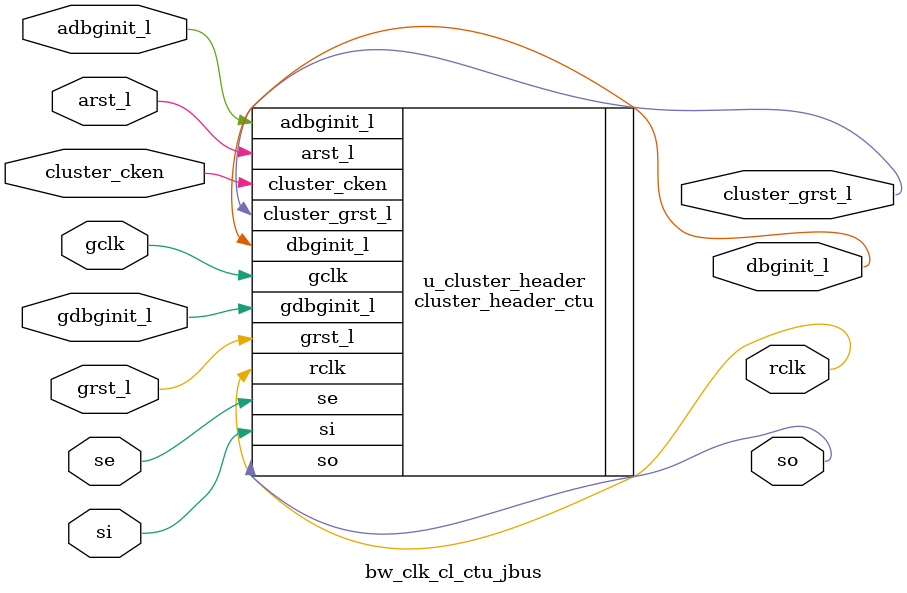
<source format=v>
module bw_clk_cl_ctu_jbus(/*AUTOARG*/
// Outputs
so, rclk, dbginit_l, cluster_grst_l, 
// Inputs
si, se, grst_l, gdbginit_l, gclk, cluster_cken, arst_l, adbginit_l
);

   /*AUTOINPUT*/
   // Beginning of automatic inputs (from unused autoinst inputs)
   input		adbginit_l;		// To u_cluster_header of cluster_header.v
   input		arst_l;			// To u_cluster_header of cluster_header.v
   input		cluster_cken;		// To u_cluster_header of cluster_header.v
   input		gclk;			// To u_cluster_header of cluster_header.v
   input		gdbginit_l;		// To u_cluster_header of cluster_header.v
   input		grst_l;			// To u_cluster_header of cluster_header.v
   input		se;			// To u_cluster_header of cluster_header.v
   input		si;			// To u_cluster_header of cluster_header.v
   // End of automatics
   /*AUTOOUTPUT*/
   // Beginning of automatic outputs (from unused autoinst outputs)
   output		cluster_grst_l;		// From u_cluster_header of cluster_header.v
   output		dbginit_l;		// From u_cluster_header of cluster_header.v
   output		rclk;			// From u_cluster_header of cluster_header.v
   output		so;			// From u_cluster_header of cluster_header.v
   // End of automatics
   cluster_header_ctu u_cluster_header (/*AUTOINST*/
				    // Outputs
				    .dbginit_l(dbginit_l),
				    .cluster_grst_l(cluster_grst_l),
				    .rclk(rclk),
				    .so	(so),
				    // Inputs
				    .gclk(gclk),
				    .cluster_cken(cluster_cken),
				    .arst_l(arst_l),
				    .grst_l(grst_l),
				    .adbginit_l(adbginit_l),
				    .gdbginit_l(gdbginit_l),
				    .si	(si),
				    .se	(se));
endmodule // cluster_header

// Local Variables:
// verilog-library-directories:("." "../../../common/rtl")
// verilog-auto-sense-defines-constant:t
// End:


</source>
